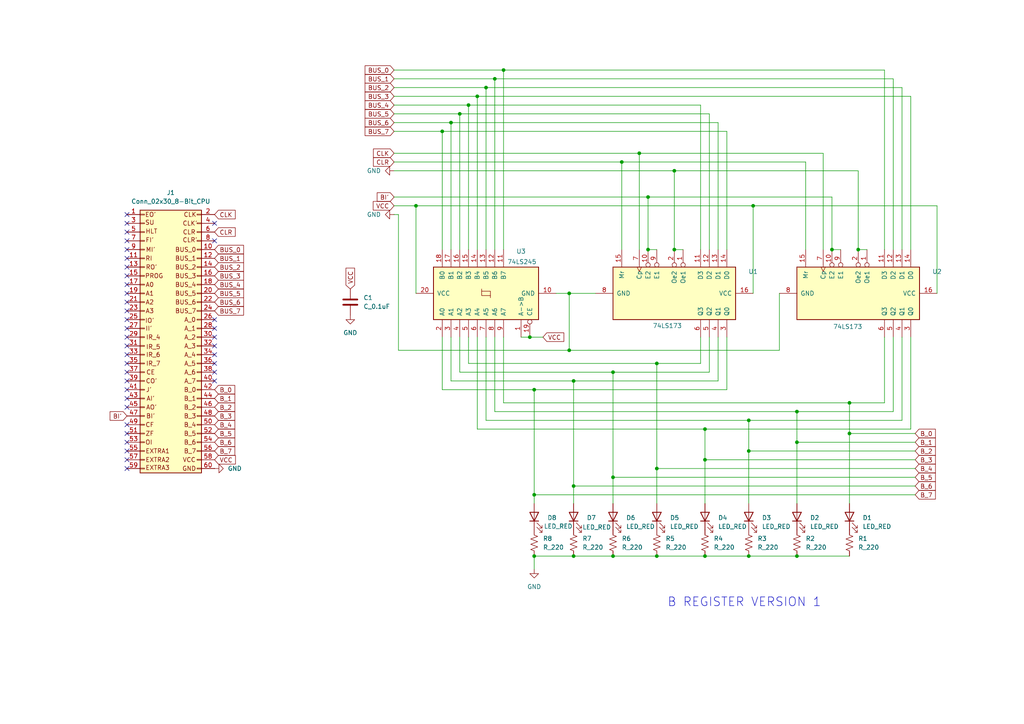
<source format=kicad_sch>
(kicad_sch (version 20231120) (generator "eeschema") (generator_version "8.0")
  (paper "A4")
  (lib_symbols
    (symbol "74xx:74LS173" (pin_names (offset 1.016))
      (property "Reference" "U" (at -7.62 19.05 0))
      (property "Value" "74LS173" (at -7.62 -19.05 0))
      (symbol "74LS173_1_0"
        (pin input inverted (at -12.7 2.54 0) (length 5.08) (name "Oe1") (number "1"))
        (pin input inverted (at -12.7 -7.62 0) (length 5.08) (name "E2") (number "10"))
        (pin input line (at -12.7 7.62 0) (length 5.08) (name "D3") (number "11"))
        (pin input line (at -12.7 10.16 0) (length 5.08) (name "D2") (number "12"))
        (pin input line (at -12.7 12.7 0) (length 5.08) (name "D1") (number "13"))
        (pin input line (at -12.7 15.24 0) (length 5.08) (name "D0") (number "14"))
        (pin input line (at -12.7 -15.24 0) (length 5.08) (name "Mr") (number "15"))
        (pin power_in line (at 0 22.86 270) (length 5.08) (name "VCC") (number "16"))
        (pin input inverted (at -12.7 0 0) (length 5.08) (name "Oe2") (number "2"))
        (pin tri_state line (at 12.7 15.24 180) (length 5.08) (name "Q0") (number "3"))
        (pin tri_state line (at 12.7 12.7 180) (length 5.08) (name "Q1") (number "4"))
        (pin tri_state line (at 12.7 10.16 180) (length 5.08) (name "Q2") (number "5"))
        (pin tri_state line (at 12.7 7.62 180) (length 5.08) (name "Q3") (number "6"))
        (pin input clock (at -12.7 -10.16 0) (length 5.08) (name "Cp") (number "7"))
        (pin power_in line (at 0 -22.86 90) (length 5.08) (name "GND") (number "8"))
        (pin input inverted (at -12.7 -5.08 0) (length 5.08) (name "E1") (number "9"))
      )
      (symbol "74LS173_1_1"
        (rectangle (start -7.62 17.78) (end 7.62 -17.78) (stroke (width 0.254)) (fill (type background)))
      )
    )
    (symbol "74xx:74LS245" (pin_names (offset 1.016))
      (property "Reference" "U" (at -7.62 16.51 0))
      (property "Value" "74LS245" (at -7.62 -16.51 0))
      (symbol "74LS245_1_0"
        (polyline (pts (xy -0.635 -1.27) (xy -0.635 1.27) (xy 0.635 1.27)))
        (polyline (pts (xy -1.27 -1.27) (xy 0.635 -1.27) (xy 0.635 1.27) (xy 1.27 1.27)))
        (pin input line (at -12.7 -10.16 0) (length 5.08) (name "A->B") (number "1"))
        (pin power_in line (at 0 -20.32 90) (length 5.08) (name "GND") (number "10"))
        (pin tri_state line (at 12.7 -5.08 180) (length 5.08) (name "B7") (number "11"))
        (pin tri_state line (at 12.7 -2.54 180) (length 5.08) (name "B6") (number "12"))
        (pin tri_state line (at 12.7 0 180) (length 5.08) (name "B5") (number "13"))
        (pin tri_state line (at 12.7 2.54 180) (length 5.08) (name "B4") (number "14"))
        (pin tri_state line (at 12.7 5.08 180) (length 5.08) (name "B3") (number "15"))
        (pin tri_state line (at 12.7 7.62 180) (length 5.08) (name "B2") (number "16"))
        (pin tri_state line (at 12.7 10.16 180) (length 5.08) (name "B1") (number "17"))
        (pin tri_state line (at 12.7 12.7 180) (length 5.08) (name "B0") (number "18"))
        (pin input inverted (at -12.7 -12.7 0) (length 5.08) (name "CE") (number "19"))
        (pin tri_state line (at -12.7 12.7 0) (length 5.08) (name "A0") (number "2"))
        (pin power_in line (at 0 20.32 270) (length 5.08) (name "VCC") (number "20"))
        (pin tri_state line (at -12.7 10.16 0) (length 5.08) (name "A1") (number "3"))
        (pin tri_state line (at -12.7 7.62 0) (length 5.08) (name "A2") (number "4"))
        (pin tri_state line (at -12.7 5.08 0) (length 5.08) (name "A3") (number "5"))
        (pin tri_state line (at -12.7 2.54 0) (length 5.08) (name "A4") (number "6"))
        (pin tri_state line (at -12.7 0 0) (length 5.08) (name "A5") (number "7"))
        (pin tri_state line (at -12.7 -2.54 0) (length 5.08) (name "A6") (number "8"))
        (pin tri_state line (at -12.7 -5.08 0) (length 5.08) (name "A7") (number "9"))
      )
      (symbol "74LS245_1_1"
        (rectangle (start -7.62 15.24) (end 7.62 -15.24) (stroke (width 0.254)) (fill (type background)))
      )
    )
    (symbol "8_Bit_CPU_Bus_Header:8_Bit_CPU_Bus_Pin_header" (pin_names (offset 1.016) hide)
      (property "Reference" "J" (at 7.62 38.1 0))
      (property "Value" "Conn_02x30_8-Bit_CPU " (at 2.794 -41.148 0))
      (symbol "8_Bit_CPU_Bus_Pin_header_1_1"
        (rectangle (start -7.62 -37.973) (end -6.35 -38.227) (stroke (width 0.1524)))
        (rectangle (start -7.62 -35.433) (end -6.35 -35.687) (stroke (width 0.1524)))
        (rectangle (start -7.62 -32.893) (end -6.35 -33.147) (stroke (width 0.1524)))
        (rectangle (start -7.62 -30.353) (end -6.35 -30.607) (stroke (width 0.1524)))
        (rectangle (start -7.62 -27.813) (end -6.35 -28.067) (stroke (width 0.1524)))
        (rectangle (start -7.62 -25.273) (end -6.35 -25.527) (stroke (width 0.1524)))
        (rectangle (start -7.62 -22.733) (end -6.35 -22.987) (stroke (width 0.1524)))
        (rectangle (start -7.62 -20.193) (end -6.35 -20.447) (stroke (width 0.1524)))
        (rectangle (start -7.62 -17.653) (end -6.35 -17.907) (stroke (width 0.1524)))
        (rectangle (start -7.62 -15.113) (end -6.35 -15.367) (stroke (width 0.1524)))
        (rectangle (start -7.62 -12.573) (end -6.35 -12.827) (stroke (width 0.1524)))
        (rectangle (start -7.62 -10.033) (end -6.35 -10.287) (stroke (width 0.1524)))
        (rectangle (start -7.62 -7.493) (end -6.35 -7.747) (stroke (width 0.1524)))
        (rectangle (start -7.62 -4.953) (end -6.35 -5.207) (stroke (width 0.1524)))
        (rectangle (start -7.62 -2.413) (end -6.35 -2.667) (stroke (width 0.1524)))
        (rectangle (start -7.62 0.127) (end -6.35 -0.127) (stroke (width 0.1524)))
        (rectangle (start -7.62 2.667) (end -6.35 2.413) (stroke (width 0.1524)))
        (rectangle (start -7.62 5.207) (end -6.35 4.953) (stroke (width 0.1524)))
        (rectangle (start -7.62 7.747) (end -6.35 7.493) (stroke (width 0.1524)))
        (rectangle (start -7.62 10.287) (end -6.35 10.033) (stroke (width 0.1524)))
        (rectangle (start -7.62 12.827) (end -6.35 12.573) (stroke (width 0.1524)))
        (rectangle (start -7.62 15.367) (end -6.35 15.113) (stroke (width 0.1524)))
        (rectangle (start -7.62 17.907) (end -6.35 17.653) (stroke (width 0.1524)))
        (rectangle (start -7.62 20.447) (end -6.35 20.193) (stroke (width 0.1524)))
        (rectangle (start -7.62 22.987) (end -6.35 22.733) (stroke (width 0.1524)))
        (rectangle (start -7.62 25.527) (end -6.35 25.273) (stroke (width 0.1524)))
        (rectangle (start -7.62 28.067) (end -6.35 27.813) (stroke (width 0.1524)))
        (rectangle (start -7.62 30.607) (end -6.35 30.353) (stroke (width 0.1524)))
        (rectangle (start -7.62 33.147) (end -6.35 32.893) (stroke (width 0.1524)))
        (rectangle (start -7.62 35.687) (end -6.35 35.433) (stroke (width 0.1524)))
        (rectangle (start -7.62 36.83) (end 10.16 -39.37) (stroke (width 0.254)) (fill (type background)))
        (rectangle (start 10.16 -37.973) (end 8.89 -38.227) (stroke (width 0.1524)))
        (rectangle (start 10.16 -35.433) (end 8.89 -35.687) (stroke (width 0.1524)))
        (rectangle (start 10.16 -32.893) (end 8.89 -33.147) (stroke (width 0.1524)))
        (rectangle (start 10.16 -30.353) (end 8.89 -30.607) (stroke (width 0.1524)))
        (rectangle (start 10.16 -27.813) (end 8.89 -28.067) (stroke (width 0.1524)))
        (rectangle (start 10.16 -25.273) (end 8.89 -25.527) (stroke (width 0.1524)))
        (rectangle (start 10.16 -22.733) (end 8.89 -22.987) (stroke (width 0.1524)))
        (rectangle (start 10.16 -20.193) (end 8.89 -20.447) (stroke (width 0.1524)))
        (rectangle (start 10.16 -17.653) (end 8.89 -17.907) (stroke (width 0.1524)))
        (rectangle (start 10.16 -15.113) (end 8.89 -15.367) (stroke (width 0.1524)))
        (rectangle (start 10.16 -12.573) (end 8.89 -12.827) (stroke (width 0.1524)))
        (rectangle (start 10.16 -10.033) (end 8.89 -10.287) (stroke (width 0.1524)))
        (rectangle (start 10.16 -7.493) (end 8.89 -7.747) (stroke (width 0.1524)))
        (rectangle (start 10.16 -4.953) (end 8.89 -5.207) (stroke (width 0.1524)))
        (rectangle (start 10.16 -2.413) (end 8.89 -2.667) (stroke (width 0.1524)))
        (rectangle (start 10.16 0.127) (end 8.89 -0.127) (stroke (width 0.1524)))
        (rectangle (start 10.16 2.667) (end 8.89 2.413) (stroke (width 0.1524)))
        (rectangle (start 10.16 5.207) (end 8.89 4.953) (stroke (width 0.1524)))
        (rectangle (start 10.16 7.747) (end 8.89 7.493) (stroke (width 0.1524)))
        (rectangle (start 10.16 10.287) (end 8.89 10.033) (stroke (width 0.1524)))
        (rectangle (start 10.16 12.827) (end 8.89 12.573) (stroke (width 0.1524)))
        (rectangle (start 10.16 15.367) (end 8.89 15.113) (stroke (width 0.1524)))
        (rectangle (start 10.16 17.907) (end 8.89 17.653) (stroke (width 0.1524)))
        (rectangle (start 10.16 20.447) (end 8.89 20.193) (stroke (width 0.1524)))
        (rectangle (start 10.16 22.987) (end 8.89 22.733) (stroke (width 0.1524)))
        (rectangle (start 10.16 25.527) (end 8.89 25.273) (stroke (width 0.1524)))
        (rectangle (start 10.16 28.067) (end 8.89 27.813) (stroke (width 0.1524)))
        (rectangle (start 10.16 30.607) (end 8.89 30.353) (stroke (width 0.1524)))
        (rectangle (start 10.16 33.147) (end 8.89 32.893) (stroke (width 0.1524)))
        (rectangle (start 10.16 35.687) (end 8.89 35.433) (stroke (width 0.1524)))
        (text "A0" (at -4.826 15.24 0) (effects (font (size 1.27 1.27))))
        (text "A1" (at -4.826 12.7 0) (effects (font (size 1.27 1.27))))
        (text "A2" (at -4.826 10.16 0) (effects (font (size 1.27 1.27))))
        (text "A3" (at -4.826 7.62 0) (effects (font (size 1.27 1.27))))
        (text "A_0" (at 6.858 5.08 0) (effects (font (size 1.27 1.27))))
        (text "A_1" (at 6.858 2.54 0) (effects (font (size 1.27 1.27))))
        (text "A_2" (at 6.858 0 0) (effects (font (size 1.27 1.27))))
        (text "A_3" (at 6.858 -2.54 0) (effects (font (size 1.27 1.27))))
        (text "A_4" (at 6.858 -5.08 0) (effects (font (size 1.27 1.27))))
        (text "A_5" (at 6.858 -7.62 0) (effects (font (size 1.27 1.27))))
        (text "A_6" (at 6.858 -10.16 0) (effects (font (size 1.27 1.27))))
        (text "A_7" (at 6.858 -12.7 0) (effects (font (size 1.27 1.27))))
        (text "AI'" (at -4.572 -17.78 0) (effects (font (size 1.27 1.27))))
        (text "AO'" (at -4.318 -20.32 0) (effects (font (size 1.27 1.27))))
        (text "B_0" (at 6.858 -15.24 0) (effects (font (size 1.27 1.27))))
        (text "B_1" (at 6.858 -17.78 0) (effects (font (size 1.27 1.27))))
        (text "B_2" (at 6.858 -20.32 0) (effects (font (size 1.27 1.27))))
        (text "B_3" (at 6.858 -22.86 0) (effects (font (size 1.27 1.27))))
        (text "B_4" (at 6.858 -25.4 0) (effects (font (size 1.27 1.27))))
        (text "B_5" (at 6.858 -27.94 0) (effects (font (size 1.27 1.27))))
        (text "B_6" (at 6.858 -30.48 0) (effects (font (size 1.27 1.27))))
        (text "B_7" (at 6.858 -33.02 0) (effects (font (size 1.27 1.27))))
        (text "BI'" (at -4.572 -22.86 0) (effects (font (size 1.27 1.27))))
        (text "BUS_0" (at 5.588 25.4 0) (effects (font (size 1.27 1.27))))
        (text "BUS_1" (at 5.588 22.86 0) (effects (font (size 1.27 1.27))))
        (text "BUS_2" (at 5.588 20.32 0) (effects (font (size 1.27 1.27))))
        (text "BUS_3" (at 5.588 17.78 0) (effects (font (size 1.27 1.27))))
        (text "BUS_4" (at 5.588 15.24 0) (effects (font (size 1.27 1.27))))
        (text "BUS_5" (at 5.588 12.7 0) (effects (font (size 1.27 1.27))))
        (text "BUS_6" (at 5.588 10.16 0) (effects (font (size 1.27 1.27))))
        (text "BUS_7" (at 5.588 7.62 0) (effects (font (size 1.27 1.27))))
        (text "CE" (at -4.572 -10.16 0) (effects (font (size 1.27 1.27))))
        (text "CF" (at -4.826 -25.4 0) (effects (font (size 1.27 1.27))))
        (text "CLK" (at 6.858 35.56 0) (effects (font (size 1.27 1.27))))
        (text "CLK'" (at 6.858 33.02 0) (effects (font (size 1.27 1.27))))
        (text "CLR" (at 6.604 30.48 0) (effects (font (size 1.27 1.27))))
        (text "CLR'" (at 6.858 28.194 0) (effects (font (size 1.27 1.27))))
        (text "CO'" (at -4.318 -12.7 0) (effects (font (size 1.27 1.27))))
        (text "EO'" (at -4.572 35.56 0) (effects (font (size 1.27 1.27))))
        (text "EXTRA1" (at -2.54 -33.02 0) (effects (font (size 1.27 1.27))))
        (text "EXTRA2" (at -2.54 -35.56 0) (effects (font (size 1.27 1.27))))
        (text "EXTRA3" (at -2.54 -37.846 0) (effects (font (size 1.27 1.27))))
        (text "FI'" (at -4.826 28.194 0) (effects (font (size 1.27 1.27))))
        (text "GND" (at 6.604 -38.1 0) (effects (font (size 1.27 1.27))))
        (text "HLT" (at -4.318 30.734 0) (effects (font (size 1.27 1.27))))
        (text "II'" (at -5.08 2.54 0) (effects (font (size 1.27 1.27))))
        (text "IO'" (at -4.826 4.826 0) (effects (font (size 1.27 1.27))))
        (text "IR_4" (at -3.81 0 0) (effects (font (size 1.27 1.27))))
        (text "IR_5" (at -3.81 -2.794 0) (effects (font (size 1.27 1.27))))
        (text "IR_6" (at -3.81 -5.08 0) (effects (font (size 1.27 1.27))))
        (text "IR_7" (at -3.81 -7.62 0) (effects (font (size 1.27 1.27))))
        (text "J'" (at -5.08 -15.24 0) (effects (font (size 1.27 1.27))))
        (text "MI'" (at -4.572 25.4 0) (effects (font (size 1.27 1.27))))
        (text "OI" (at -5.08 -30.48 0) (effects (font (size 1.27 1.27))))
        (text "PROG" (at -3.556 17.78 0) (effects (font (size 1.27 1.27))))
        (text "RI" (at -5.08 22.86 0) (effects (font (size 1.27 1.27))))
        (text "RO'" (at -4.318 20.32 0) (effects (font (size 1.27 1.27))))
        (text "SU" (at -4.826 33.274 0) (effects (font (size 1.27 1.27))))
        (text "VCC" (at 6.604 -35.56 0) (effects (font (size 1.27 1.27))))
        (text "ZF" (at -4.826 -27.94 0) (effects (font (size 1.27 1.27))))
        (pin passive line (at -11.43 35.56 0) (length 3.81) (name "Pin_1") (number "1"))
        (pin passive line (at 13.97 25.4 180) (length 3.81) (name "Pin_10") (number "10"))
        (pin passive line (at -11.43 22.86 0) (length 3.81) (name "Pin_11") (number "11"))
        (pin passive line (at 13.97 22.86 180) (length 3.81) (name "Pin_12") (number "12"))
        (pin passive line (at -11.43 20.32 0) (length 3.81) (name "Pin_13") (number "13"))
        (pin passive line (at 13.97 20.32 180) (length 3.81) (name "Pin_14") (number "14"))
        (pin passive line (at -11.43 17.78 0) (length 3.81) (name "Pin_15") (number "15"))
        (pin passive line (at 13.97 17.78 180) (length 3.81) (name "Pin_16") (number "16"))
        (pin passive line (at -11.43 15.24 0) (length 3.81) (name "Pin_17") (number "17"))
        (pin passive line (at 13.97 15.24 180) (length 3.81) (name "Pin_18") (number "18"))
        (pin passive line (at -11.43 12.7 0) (length 3.81) (name "Pin_19") (number "19"))
        (pin passive line (at 13.97 35.56 180) (length 3.81) (name "Pin_2") (number "2"))
        (pin passive line (at 13.97 12.7 180) (length 3.81) (name "Pin_20") (number "20"))
        (pin passive line (at -11.43 10.16 0) (length 3.81) (name "Pin_21") (number "21"))
        (pin passive line (at 13.97 10.16 180) (length 3.81) (name "Pin_22") (number "22"))
        (pin passive line (at -11.43 7.62 0) (length 3.81) (name "Pin_23") (number "23"))
        (pin passive line (at 13.97 7.62 180) (length 3.81) (name "Pin_24") (number "24"))
        (pin passive line (at -11.43 5.08 0) (length 3.81) (name "Pin_25") (number "25"))
        (pin passive line (at 13.97 5.08 180) (length 3.81) (name "Pin_26") (number "26"))
        (pin passive line (at -11.43 2.54 0) (length 3.81) (name "Pin_27") (number "27"))
        (pin passive line (at 13.97 2.54 180) (length 3.81) (name "Pin_28") (number "28"))
        (pin passive line (at -11.43 0 0) (length 3.81) (name "Pin_29") (number "29"))
        (pin passive line (at -11.43 33.02 0) (length 3.81) (name "Pin_3") (number "3"))
        (pin passive line (at 13.97 0 180) (length 3.81) (name "Pin_30") (number "30"))
        (pin passive line (at -11.43 -2.54 0) (length 3.81) (name "Pin_31") (number "31"))
        (pin passive line (at 13.97 -2.54 180) (length 3.81) (name "Pin_32") (number "32"))
        (pin passive line (at -11.43 -5.08 0) (length 3.81) (name "Pin_33") (number "33"))
        (pin passive line (at 13.97 -5.08 180) (length 3.81) (name "Pin_34") (number "34"))
        (pin passive line (at -11.43 -7.62 0) (length 3.81) (name "Pin_35") (number "35"))
        (pin passive line (at 13.97 -7.62 180) (length 3.81) (name "Pin_36") (number "36"))
        (pin passive line (at -11.43 -10.16 0) (length 3.81) (name "Pin_37") (number "37"))
        (pin passive line (at 13.97 -10.16 180) (length 3.81) (name "Pin_38") (number "38"))
        (pin passive line (at -11.43 -12.7 0) (length 3.81) (name "Pin_39") (number "39"))
        (pin passive line (at 13.97 33.02 180) (length 3.81) (name "Pin_4") (number "4"))
        (pin passive line (at 13.97 -12.7 180) (length 3.81) (name "Pin_40") (number "40"))
        (pin passive line (at -11.43 -15.24 0) (length 3.81) (name "Pin_41") (number "41"))
        (pin passive line (at 13.97 -15.24 180) (length 3.81) (name "Pin_42") (number "42"))
        (pin passive line (at -11.43 -17.78 0) (length 3.81) (name "Pin_43") (number "43"))
        (pin passive line (at 13.97 -17.78 180) (length 3.81) (name "Pin_44") (number "44"))
        (pin passive line (at -11.43 -20.32 0) (length 3.81) (name "Pin_45") (number "45"))
        (pin passive line (at 13.97 -20.32 180) (length 3.81) (name "Pin_46") (number "46"))
        (pin passive line (at -11.43 -22.86 0) (length 3.81) (name "Pin_47") (number "47"))
        (pin passive line (at 13.97 -22.86 180) (length 3.81) (name "Pin_48") (number "48"))
        (pin passive line (at -11.43 -25.4 0) (length 3.81) (name "Pin_49") (number "49"))
        (pin passive line (at -11.43 30.48 0) (length 3.81) (name "Pin_5") (number "5"))
        (pin passive line (at 13.97 -25.4 180) (length 3.81) (name "Pin_50") (number "50"))
        (pin passive line (at -11.43 -27.94 0) (length 3.81) (name "Pin_51") (number "51"))
        (pin passive line (at 13.97 -27.94 180) (length 3.81) (name "Pin_52") (number "52"))
        (pin passive line (at -11.43 -30.48 0) (length 3.81) (name "Pin_53") (number "53"))
        (pin passive line (at 13.97 -30.48 180) (length 3.81) (name "Pin_54") (number "54"))
        (pin passive line (at -11.43 -33.02 0) (length 3.81) (name "Pin_55") (number "55"))
        (pin passive line (at 13.97 -33.02 180) (length 3.81) (name "Pin_56") (number "56"))
        (pin passive line (at -11.43 -35.56 0) (length 3.81) (name "Pin_57") (number "57"))
        (pin passive line (at 13.97 -35.56 180) (length 3.81) (name "Pin_58") (number "58"))
        (pin passive line (at -11.43 -38.1 0) (length 3.81) (name "Pin_59") (number "59"))
        (pin passive line (at 13.97 30.48 180) (length 3.81) (name "Pin_6") (number "6"))
        (pin passive line (at 13.97 -38.1 180) (length 3.81) (name "Pin_60") (number "60"))
        (pin passive line (at -11.43 27.94 0) (length 3.81) (name "Pin_7") (number "7"))
        (pin passive line (at 13.97 27.94 180) (length 3.81) (name "Pin_8") (number "8"))
        (pin passive line (at -11.43 25.4 0) (length 3.81) (name "Pin_9") (number "9"))
      )
    )
    (symbol "Device:C" (pin_numbers hide) (pin_names (offset 0.254))
      (property "Reference" "C" (at 0.635 2.54 0))
      (property "Value" "C" (at 0.635 -2.54 0))
      (symbol "C_0_1"
        (polyline (pts (xy -2.032 -0.762) (xy 2.032 -0.762)) (stroke (width 0.508)))
        (polyline (pts (xy -2.032 0.762) (xy 2.032 0.762)) (stroke (width 0.508)))
      )
      (symbol "C_1_1"
        (pin passive line (at 0 3.81 270) (length 2.794) (name "~") (number "1"))
        (pin passive line (at 0 -3.81 90) (length 2.794) (name "~") (number "2"))
      )
    )
    (symbol "Device:LED" (pin_numbers hide) (pin_names (offset 1.016) hide)
      (property "Reference" "D" (at 0 2.54 0))
      (property "Value" "LED" (at 0 -2.54 0))
      (symbol "LED_0_1"
        (polyline (pts (xy -1.27 -1.27) (xy -1.27 1.27)) (stroke (width 0.254)))
        (polyline (pts (xy -1.27 0) (xy 1.27 0)))
        (polyline (pts (xy 1.27 -1.27) (xy 1.27 1.27) (xy -1.27 0) (xy 1.27 -1.27)) (stroke (width 0.254)))
        (polyline (pts (xy -3.048 -0.762) (xy -4.572 -2.286) (xy -3.81 -2.286) (xy -4.572 -2.286) (xy -4.572 -1.524)))
        (polyline (pts (xy -1.778 -0.762) (xy -3.302 -2.286) (xy -2.54 -2.286) (xy -3.302 -2.286) (xy -3.302 -1.524)))
      )
      (symbol "LED_1_1"
        (pin passive line (at -3.81 0 0) (length 2.54) (name "K") (number "1"))
        (pin passive line (at 3.81 0 180) (length 2.54) (name "A") (number "2"))
      )
    )
    (symbol "Device:R_US" (pin_numbers hide) (pin_names (offset 0))
      (property "Reference" "R" (at 2.54 0 90))
      (property "Value" "R_US" (at -2.54 0 90))
      (symbol "R_US_0_1"
        (polyline (pts (xy 0 -2.286) (xy 0 -2.54)))
        (polyline (pts (xy 0 2.286) (xy 0 2.54)))
        (polyline (pts (xy 0 -0.762) (xy 1.016 -1.143) (xy 0 -1.524) (xy -1.016 -1.905) (xy 0 -2.286)))
        (polyline (pts (xy 0 0.762) (xy 1.016 0.381) (xy 0 0) (xy -1.016 -0.381) (xy 0 -0.762)))
        (polyline (pts (xy 0 2.286) (xy 1.016 1.905) (xy 0 1.524) (xy -1.016 1.143) (xy 0 0.762)))
      )
      (symbol "R_US_1_1"
        (pin passive line (at 0 3.81 270) (length 1.27) (name "~") (number "1"))
        (pin passive line (at 0 -3.81 90) (length 1.27) (name "~") (number "2"))
      )
    )
    (symbol "power:GND" (power) (pin_numbers hide) (pin_names (offset 0) hide)
      (property "Value" "GND" (at 0 -3.81 0))
      (symbol "GND_0_1"
        (polyline (pts (xy 0 0) (xy 0 -1.27) (xy 1.27 -1.27) (xy 0 -2.54) (xy -1.27 -1.27) (xy 0 -1.27)))
      )
      (symbol "GND_1_1"
        (pin power_in line (at 0 0 270) (length 0) (name "~") (number "1"))
      )
    )
  )
  (junction (at 231.14 119.38))
  (junction (at 177.8 107.95))
  (junction (at 130.81 35.56))
  (junction (at 140.97 25.4))
  (junction (at 195.58 49.53))
  (junction (at 231.14 161.29))
  (junction (at 135.89 30.48))
  (junction (at 187.96 57.15))
  (junction (at 204.47 133.35))
  (junction (at 138.43 27.94))
  (junction (at 217.17 161.29))
  (junction (at 218.44 59.69))
  (junction (at 154.94 113.03))
  (junction (at 231.14 128.27))
  (junction (at 187.96 72.39))
  (junction (at 204.47 124.46))
  (junction (at 166.37 161.29))
  (junction (at 133.35 33.02))
  (junction (at 177.8 138.43))
  (junction (at 217.17 130.81))
  (junction (at 190.5 105.41))
  (junction (at 165.1 85.09))
  (junction (at 248.92 72.39))
  (junction (at 190.5 161.29))
  (junction (at 246.38 116.84))
  (junction (at 154.94 143.51))
  (junction (at 180.34 46.99))
  (junction (at 185.42 44.45))
  (junction (at 195.58 72.39))
  (junction (at 120.65 59.69))
  (junction (at 166.37 110.49))
  (junction (at 190.5 135.89))
  (junction (at 146.05 20.32))
  (junction (at 143.51 22.86))
  (junction (at 204.47 161.29))
  (junction (at 246.38 125.73))
  (junction (at 165.1 101.6))
  (junction (at 217.17 121.92))
  (junction (at 177.8 161.29))
  (junction (at 128.27 38.1))
  (junction (at 154.94 161.29))
  (junction (at 241.3 72.39))
  (junction (at 153.67 97.79))
  (junction (at 166.37 140.97))
  (no_connect (at 36.83 97.79))
  (no_connect (at 36.83 72.39))
  (no_connect (at 36.83 74.93))
  (no_connect (at 36.83 85.09))
  (no_connect (at 36.83 67.31))
  (no_connect (at 36.83 77.47))
  (no_connect (at 62.23 92.71))
  (no_connect (at 36.83 125.73))
  (no_connect (at 36.83 118.11))
  (no_connect (at 62.23 102.87))
  (no_connect (at 36.83 110.49))
  (no_connect (at 62.23 64.77))
  (no_connect (at 62.23 95.25))
  (no_connect (at 36.83 113.03))
  (no_connect (at 36.83 95.25))
  (no_connect (at 36.83 135.89))
  (no_connect (at 36.83 107.95))
  (no_connect (at 62.23 69.85))
  (no_connect (at 36.83 133.35))
  (no_connect (at 36.83 115.57))
  (no_connect (at 36.83 102.87))
  (no_connect (at 36.83 123.19))
  (no_connect (at 36.83 130.81))
  (no_connect (at 36.83 80.01))
  (no_connect (at 36.83 62.23))
  (no_connect (at 62.23 100.33))
  (no_connect (at 36.83 87.63))
  (no_connect (at 36.83 64.77))
  (no_connect (at 62.23 107.95))
  (no_connect (at 62.23 110.49))
  (no_connect (at 36.83 105.41))
  (no_connect (at 36.83 100.33))
  (no_connect (at 62.23 97.79))
  (no_connect (at 36.83 69.85))
  (no_connect (at 36.83 90.17))
  (no_connect (at 62.23 105.41))
  (no_connect (at 36.83 128.27))
  (no_connect (at 36.83 82.55))
  (no_connect (at 36.83 92.71))
  (wire (pts (xy 166.37 140.97) (xy 265.43 140.97)))
  (wire (pts (xy 166.37 161.29) (xy 177.8 161.29)))
  (wire (pts (xy 128.27 113.03) (xy 128.27 97.79)))
  (wire (pts (xy 246.38 125.73) (xy 265.43 125.73)))
  (wire (pts (xy 166.37 110.49) (xy 208.28 110.49)))
  (wire (pts (xy 114.3 46.99) (xy 180.34 46.99)))
  (wire (pts (xy 259.08 22.86) (xy 259.08 72.39)))
  (wire (pts (xy 256.54 20.32) (xy 256.54 72.39)))
  (wire (pts (xy 177.8 107.95) (xy 177.8 138.43)))
  (wire (pts (xy 187.96 72.39) (xy 187.96 57.15)))
  (wire (pts (xy 143.51 22.86) (xy 259.08 22.86)))
  (wire (pts (xy 208.28 35.56) (xy 208.28 72.39)))
  (wire (pts (xy 204.47 133.35) (xy 204.47 146.05)))
  (wire (pts (xy 130.81 110.49) (xy 130.81 97.79)))
  (wire (pts (xy 241.3 72.39) (xy 243.84 72.39)))
  (wire (pts (xy 203.2 97.79) (xy 203.2 105.41)))
  (wire (pts (xy 210.82 38.1) (xy 210.82 72.39)))
  (wire (pts (xy 195.58 49.53) (xy 248.92 49.53)))
  (wire (pts (xy 154.94 161.29) (xy 166.37 161.29)))
  (wire (pts (xy 115.57 101.6) (xy 165.1 101.6)))
  (wire (pts (xy 146.05 20.32) (xy 256.54 20.32)))
  (wire (pts (xy 187.96 57.15) (xy 241.3 57.15)))
  (wire (pts (xy 140.97 25.4) (xy 261.62 25.4)))
  (wire (pts (xy 151.13 97.79) (xy 153.67 97.79)))
  (wire (pts (xy 261.62 121.92) (xy 217.17 121.92)))
  (wire (pts (xy 114.3 44.45) (xy 185.42 44.45)))
  (wire (pts (xy 233.68 72.39) (xy 233.68 46.99)))
  (wire (pts (xy 133.35 107.95) (xy 177.8 107.95)))
  (wire (pts (xy 138.43 27.94) (xy 264.16 27.94)))
  (wire (pts (xy 154.94 161.29) (xy 154.94 165.1)))
  (wire (pts (xy 114.3 30.48) (xy 135.89 30.48)))
  (wire (pts (xy 165.1 101.6) (xy 226.06 101.6)))
  (wire (pts (xy 120.65 59.69) (xy 218.44 59.69)))
  (wire (pts (xy 146.05 116.84) (xy 246.38 116.84)))
  (wire (pts (xy 180.34 46.99) (xy 180.34 72.39)))
  (wire (pts (xy 187.96 72.39) (xy 190.5 72.39)))
  (wire (pts (xy 114.3 57.15) (xy 187.96 57.15)))
  (wire (pts (xy 154.94 143.51) (xy 265.43 143.51)))
  (wire (pts (xy 217.17 121.92) (xy 217.17 130.81)))
  (wire (pts (xy 154.94 143.51) (xy 154.94 146.05)))
  (wire (pts (xy 190.5 135.89) (xy 190.5 146.05)))
  (wire (pts (xy 264.16 27.94) (xy 264.16 72.39)))
  (wire (pts (xy 241.3 57.15) (xy 241.3 72.39)))
  (wire (pts (xy 177.8 138.43) (xy 177.8 146.05)))
  (wire (pts (xy 128.27 113.03) (xy 154.94 113.03)))
  (wire (pts (xy 218.44 59.69) (xy 271.78 59.69)))
  (wire (pts (xy 231.14 128.27) (xy 231.14 146.05)))
  (wire (pts (xy 138.43 124.46) (xy 138.43 97.79)))
  (wire (pts (xy 165.1 85.09) (xy 172.72 85.09)))
  (wire (pts (xy 128.27 38.1) (xy 128.27 72.39)))
  (wire (pts (xy 114.3 33.02) (xy 133.35 33.02)))
  (wire (pts (xy 190.5 135.89) (xy 265.43 135.89)))
  (wire (pts (xy 210.82 97.79) (xy 210.82 113.03)))
  (wire (pts (xy 190.5 105.41) (xy 190.5 135.89)))
  (wire (pts (xy 205.74 97.79) (xy 205.74 107.95)))
  (wire (pts (xy 233.68 46.99) (xy 180.34 46.99)))
  (wire (pts (xy 238.76 72.39) (xy 238.76 44.45)))
  (wire (pts (xy 114.3 27.94) (xy 138.43 27.94)))
  (wire (pts (xy 190.5 161.29) (xy 204.47 161.29)))
  (wire (pts (xy 195.58 72.39) (xy 198.12 72.39)))
  (wire (pts (xy 140.97 121.92) (xy 217.17 121.92)))
  (wire (pts (xy 130.81 35.56) (xy 208.28 35.56)))
  (wire (pts (xy 264.16 97.79) (xy 264.16 124.46)))
  (wire (pts (xy 135.89 30.48) (xy 203.2 30.48)))
  (wire (pts (xy 261.62 97.79) (xy 261.62 121.92)))
  (wire (pts (xy 203.2 30.48) (xy 203.2 72.39)))
  (wire (pts (xy 166.37 110.49) (xy 166.37 140.97)))
  (wire (pts (xy 231.14 161.29) (xy 217.17 161.29)))
  (wire (pts (xy 231.14 119.38) (xy 231.14 128.27)))
  (wire (pts (xy 154.94 113.03) (xy 210.82 113.03)))
  (wire (pts (xy 161.29 85.09) (xy 165.1 85.09)))
  (wire (pts (xy 256.54 116.84) (xy 246.38 116.84)))
  (wire (pts (xy 264.16 124.46) (xy 204.47 124.46)))
  (wire (pts (xy 114.3 38.1) (xy 128.27 38.1)))
  (wire (pts (xy 143.51 22.86) (xy 143.51 72.39)))
  (wire (pts (xy 138.43 72.39) (xy 138.43 27.94)))
  (wire (pts (xy 146.05 20.32) (xy 146.05 72.39)))
  (wire (pts (xy 226.06 85.09) (xy 226.06 101.6)))
  (wire (pts (xy 246.38 116.84) (xy 246.38 125.73)))
  (wire (pts (xy 246.38 161.29) (xy 231.14 161.29)))
  (wire (pts (xy 114.3 20.32) (xy 146.05 20.32)))
  (wire (pts (xy 115.57 101.6) (xy 115.57 62.23)))
  (wire (pts (xy 114.3 25.4) (xy 140.97 25.4)))
  (wire (pts (xy 185.42 44.45) (xy 185.42 72.39)))
  (wire (pts (xy 146.05 116.84) (xy 146.05 97.79)))
  (wire (pts (xy 133.35 33.02) (xy 133.35 72.39)))
  (wire (pts (xy 130.81 35.56) (xy 130.81 72.39)))
  (wire (pts (xy 231.14 128.27) (xy 265.43 128.27)))
  (wire (pts (xy 114.3 49.53) (xy 195.58 49.53)))
  (wire (pts (xy 195.58 72.39) (xy 195.58 49.53)))
  (wire (pts (xy 248.92 72.39) (xy 248.92 49.53)))
  (wire (pts (xy 154.94 113.03) (xy 154.94 143.51)))
  (wire (pts (xy 231.14 119.38) (xy 259.08 119.38)))
  (wire (pts (xy 246.38 125.73) (xy 246.38 146.05)))
  (wire (pts (xy 165.1 85.09) (xy 165.1 101.6)))
  (wire (pts (xy 120.65 59.69) (xy 120.65 85.09)))
  (wire (pts (xy 217.17 130.81) (xy 217.17 146.05)))
  (wire (pts (xy 114.3 59.69) (xy 120.65 59.69)))
  (wire (pts (xy 217.17 130.81) (xy 265.43 130.81)))
  (wire (pts (xy 140.97 121.92) (xy 140.97 97.79)))
  (wire (pts (xy 205.74 33.02) (xy 205.74 72.39)))
  (wire (pts (xy 261.62 25.4) (xy 261.62 72.39)))
  (wire (pts (xy 259.08 97.79) (xy 259.08 119.38)))
  (wire (pts (xy 177.8 161.29) (xy 190.5 161.29)))
  (wire (pts (xy 135.89 105.41) (xy 190.5 105.41)))
  (wire (pts (xy 204.47 133.35) (xy 265.43 133.35)))
  (wire (pts (xy 208.28 97.79) (xy 208.28 110.49)))
  (wire (pts (xy 238.76 44.45) (xy 185.42 44.45)))
  (wire (pts (xy 166.37 140.97) (xy 166.37 146.05)))
  (wire (pts (xy 153.67 97.79) (xy 157.48 97.79)))
  (wire (pts (xy 204.47 124.46) (xy 204.47 133.35)))
  (wire (pts (xy 135.89 30.48) (xy 135.89 72.39)))
  (wire (pts (xy 133.35 33.02) (xy 205.74 33.02)))
  (wire (pts (xy 115.57 62.23) (xy 114.3 62.23)))
  (wire (pts (xy 130.81 110.49) (xy 166.37 110.49)))
  (wire (pts (xy 128.27 38.1) (xy 210.82 38.1)))
  (wire (pts (xy 143.51 119.38) (xy 231.14 119.38)))
  (wire (pts (xy 177.8 138.43) (xy 265.43 138.43)))
  (wire (pts (xy 256.54 97.79) (xy 256.54 116.84)))
  (wire (pts (xy 271.78 59.69) (xy 271.78 85.09)))
  (wire (pts (xy 190.5 105.41) (xy 203.2 105.41)))
  (wire (pts (xy 140.97 25.4) (xy 140.97 72.39)))
  (wire (pts (xy 217.17 161.29) (xy 204.47 161.29)))
  (wire (pts (xy 143.51 97.79) (xy 143.51 119.38)))
  (wire (pts (xy 114.3 22.86) (xy 143.51 22.86)))
  (wire (pts (xy 177.8 107.95) (xy 205.74 107.95)))
  (wire (pts (xy 114.3 35.56) (xy 130.81 35.56)))
  (wire (pts (xy 135.89 97.79) (xy 135.89 105.41)))
  (wire (pts (xy 204.47 124.46) (xy 138.43 124.46)))
  (wire (pts (xy 133.35 107.95) (xy 133.35 97.79)))
  (wire (pts (xy 248.92 72.39) (xy 251.46 72.39)))
  (wire (pts (xy 218.44 59.69) (xy 218.44 85.09)))
  (text "B REGISTER VERSION 1" (at 215.9 174.752 0) (effects (font (size 2.54 2.54))))
  (global_label "B_0" (shape input) (at 265.43 125.73 0) (property "Intersheetrefs" "${INTERSHEET_REFS}" (effects (hide yes))))
  (global_label "B_7" (shape input) (at 265.43 143.51 0) (property "Intersheetrefs" "${INTERSHEET_REFS}" (effects (hide yes))))
  (global_label "BUS_3" (shape input) (at 114.3 27.94 180) (property "Intersheetrefs" "${INTERSHEET_REFS}" (effects (hide yes))))
  (global_label "BUS_6" (shape input) (at 62.23 87.63 0) (property "Intersheetrefs" "${INTERSHEET_REFS}" (effects (hide yes))))
  (global_label "BUS_6" (shape input) (at 114.3 35.56 180) (property "Intersheetrefs" "${INTERSHEET_REFS}" (effects (hide yes))))
  (global_label "B_3" (shape input) (at 62.23 120.65 0) (property "Intersheetrefs" "${INTERSHEET_REFS}" (effects (hide yes))))
  (global_label "BUS_1" (shape input) (at 114.3 22.86 180) (property "Intersheetrefs" "${INTERSHEET_REFS}" (effects (hide yes))))
  (global_label "BUS_7" (shape input) (at 62.23 90.17 0) (property "Intersheetrefs" "${INTERSHEET_REFS}" (effects (hide yes))))
  (global_label "BUS_7" (shape input) (at 114.3 38.1 180) (property "Intersheetrefs" "${INTERSHEET_REFS}" (effects (hide yes))))
  (global_label "CLR" (shape input) (at 114.3 46.99 180) (property "Intersheetrefs" "${INTERSHEET_REFS}" (effects (hide yes))))
  (global_label "B_0" (shape input) (at 62.23 113.03 0) (property "Intersheetrefs" "${INTERSHEET_REFS}" (effects (hide yes))))
  (global_label "BUS_2" (shape input) (at 62.23 77.47 0) (property "Intersheetrefs" "${INTERSHEET_REFS}" (effects (hide yes))))
  (global_label "BI'" (shape input) (at 114.3 57.15 180) (property "Intersheetrefs" "${INTERSHEET_REFS}" (effects (hide yes))))
  (global_label "BI'" (shape input) (at 36.83 120.65 180) (property "Intersheetrefs" "${INTERSHEET_REFS}" (effects (hide yes))))
  (global_label "VCC" (shape input) (at 157.48 97.79 0) (property "Intersheetrefs" "${INTERSHEET_REFS}" (effects (hide yes))))
  (global_label "B_1" (shape input) (at 62.23 115.57 0) (property "Intersheetrefs" "${INTERSHEET_REFS}" (effects (hide yes))))
  (global_label "CLK" (shape input) (at 114.3 44.45 180) (property "Intersheetrefs" "${INTERSHEET_REFS}" (effects (hide yes))))
  (global_label "B_7" (shape input) (at 62.23 130.81 0) (property "Intersheetrefs" "${INTERSHEET_REFS}" (effects (hide yes))))
  (global_label "VCC" (shape input) (at 114.3 59.69 180) (property "Intersheetrefs" "${INTERSHEET_REFS}" (effects (hide yes))))
  (global_label "B_5" (shape input) (at 62.23 125.73 0) (property "Intersheetrefs" "${INTERSHEET_REFS}" (effects (hide yes))))
  (global_label "BUS_3" (shape input) (at 62.23 80.01 0) (property "Intersheetrefs" "${INTERSHEET_REFS}" (effects (hide yes))))
  (global_label "CLR" (shape input) (at 62.23 67.31 0) (property "Intersheetrefs" "${INTERSHEET_REFS}" (effects (hide yes))))
  (global_label "B_2" (shape input) (at 265.43 130.81 0) (property "Intersheetrefs" "${INTERSHEET_REFS}" (effects (hide yes))))
  (global_label "BUS_5" (shape input) (at 114.3 33.02 180) (property "Intersheetrefs" "${INTERSHEET_REFS}" (effects (hide yes))))
  (global_label "VCC" (shape input) (at 101.6 83.82 90) (property "Intersheetrefs" "${INTERSHEET_REFS}" (effects (hide yes))))
  (global_label "B_2" (shape input) (at 62.23 118.11 0) (property "Intersheetrefs" "${INTERSHEET_REFS}" (effects (hide yes))))
  (global_label "B_3" (shape input) (at 265.43 133.35 0) (property "Intersheetrefs" "${INTERSHEET_REFS}" (effects (hide yes))))
  (global_label "VCC" (shape input) (at 62.23 133.35 0) (property "Intersheetrefs" "${INTERSHEET_REFS}" (effects (hide yes))))
  (global_label "B_5" (shape input) (at 265.43 138.43 0) (property "Intersheetrefs" "${INTERSHEET_REFS}" (effects (hide yes))))
  (global_label "BUS_4" (shape input) (at 62.23 82.55 0) (property "Intersheetrefs" "${INTERSHEET_REFS}" (effects (hide yes))))
  (global_label "B_6" (shape input) (at 62.23 128.27 0) (property "Intersheetrefs" "${INTERSHEET_REFS}" (effects (hide yes))))
  (global_label "BUS_0" (shape input) (at 114.3 20.32 180) (property "Intersheetrefs" "${INTERSHEET_REFS}" (effects (hide yes))))
  (global_label "B_4" (shape input) (at 265.43 135.89 0) (property "Intersheetrefs" "${INTERSHEET_REFS}" (effects (hide yes))))
  (global_label "BUS_1" (shape input) (at 62.23 74.93 0) (property "Intersheetrefs" "${INTERSHEET_REFS}" (effects (hide yes))))
  (global_label "BUS_0" (shape input) (at 62.23 72.39 0) (property "Intersheetrefs" "${INTERSHEET_REFS}" (effects (hide yes))))
  (global_label "BUS_4" (shape input) (at 114.3 30.48 180) (property "Intersheetrefs" "${INTERSHEET_REFS}" (effects (hide yes))))
  (global_label "B_4" (shape input) (at 62.23 123.19 0) (property "Intersheetrefs" "${INTERSHEET_REFS}" (effects (hide yes))))
  (global_label "B_1" (shape input) (at 265.43 128.27 0) (property "Intersheetrefs" "${INTERSHEET_REFS}" (effects (hide yes))))
  (global_label "CLK" (shape input) (at 62.23 62.23 0) (property "Intersheetrefs" "${INTERSHEET_REFS}" (effects (hide yes))))
  (global_label "B_6" (shape input) (at 265.43 140.97 0) (property "Intersheetrefs" "${INTERSHEET_REFS}" (effects (hide yes))))
  (global_label "BUS_2" (shape input) (at 114.3 25.4 180) (property "Intersheetrefs" "${INTERSHEET_REFS}" (effects (hide yes))))
  (global_label "BUS_5" (shape input) (at 62.23 85.09 0) (property "Intersheetrefs" "${INTERSHEET_REFS}" (effects (hide yes))))
  (symbol (lib_id "Device:LED") (at 166.37 149.86 90) (unit 1)
    (property "Reference" "D7" (at 170.18 150.1774 90) (effects (justify right)))
    (property "Value" "LED_RED" (at 168.91 152.908 90) (effects (justify right)))
    (property "Footprint" "LED_THT:LED_D5.0mm" (effects (hide yes)))
    (property "Description" "Light emitting diode" (effects (hide yes)))
  )
  (symbol (lib_id "power:GND") (at 101.6 91.44 0) (unit 1)
    (property "Reference" "#PWR02" (effects (hide yes)))
    (property "Value" "GND" (at 101.6 96.52 0))
    (property "Description" "Power symbol creates a global label with name \"GND\" , ground" (effects (hide yes)))
  )
  (symbol (lib_id "power:GND") (at 62.23 135.89 90) (unit 1)
    (property "Reference" "#PWR03" (effects (hide yes)))
    (property "Value" "GND" (at 66.04 135.8899 90) (effects (justify right)))
    (property "Description" "Power symbol creates a global label with name \"GND\" , ground" (effects (hide yes)))
  )
  (symbol (lib_id "Device:R_US") (at 204.47 157.48 0) (unit 1)
    (property "Reference" "R4" (at 207.01 156.2099 0) (effects (justify left)))
    (property "Value" "R_220" (at 207.01 158.7499 0) (effects (justify left)))
    (property "Footprint" "Resistor_THT:R_Axial_DIN0207_L6.3mm_D2.5mm_P10.16mm_Horizontal" (effects (hide yes)))
    (property "Description" "Resistor, US symbol" (effects (hide yes)))
  )
  (symbol (lib_id "power:GND") (at 154.94 165.1 0) (unit 1)
    (property "Reference" "#PWR01" (effects (hide yes)))
    (property "Value" "GND" (at 154.94 170.18 0))
    (property "Description" "Power symbol creates a global label with name \"GND\" , ground" (effects (hide yes)))
  )
  (symbol (lib_id "power:GND") (at 114.3 49.53 270) (unit 1)
    (property "Reference" "#PWR04" (effects (hide yes)))
    (property "Value" "GND" (at 110.49 49.5299 90) (effects (justify right)))
    (property "Description" "Power symbol creates a global label with name \"GND\" , ground" (effects (hide yes)))
  )
  (symbol (lib_id "Device:LED") (at 177.8 149.86 90) (unit 1)
    (property "Reference" "D6" (at 181.61 150.1774 90) (effects (justify right)))
    (property "Value" "LED_RED" (at 181.61 152.7174 90) (effects (justify right)))
    (property "Footprint" "LED_THT:LED_D5.0mm" (effects (hide yes)))
    (property "Description" "Light emitting diode" (effects (hide yes)))
  )
  (symbol (lib_id "Device:R_US") (at 231.14 157.48 0) (unit 1)
    (property "Reference" "R2" (at 233.68 156.2099 0) (effects (justify left)))
    (property "Value" "R_220" (at 233.68 158.7499 0) (effects (justify left)))
    (property "Footprint" "Resistor_THT:R_Axial_DIN0207_L6.3mm_D2.5mm_P10.16mm_Horizontal" (effects (hide yes)))
    (property "Description" "Resistor, US symbol" (effects (hide yes)))
  )
  (symbol (lib_id "Device:LED") (at 154.94 149.86 90) (unit 1)
    (property "Reference" "D8" (at 158.75 150.1774 90) (effects (justify right)))
    (property "Value" "LED_RED" (at 157.734 152.654 90) (effects (justify right)))
    (property "Footprint" "LED_THT:LED_D5.0mm" (effects (hide yes)))
    (property "Description" "Light emitting diode" (effects (hide yes)))
  )
  (symbol (lib_id "Device:C") (at 101.6 87.63 0) (unit 1)
    (property "Reference" "C1" (at 105.41 86.3599 0) (effects (justify left)))
    (property "Value" "C_0.1uF" (at 105.41 88.8999 0) (effects (justify left)))
    (property "Footprint" "Capacitor_THT:C_Disc_D4.3mm_W1.9mm_P5.00mm" (effects (hide yes)))
    (property "Description" "Unpolarized capacitor" (effects (hide yes)))
  )
  (symbol (lib_id "Device:LED") (at 204.47 149.86 90) (unit 1)
    (property "Reference" "D4" (at 208.28 150.1774 90) (effects (justify right)))
    (property "Value" "LED_RED" (at 208.28 152.7174 90) (effects (justify right)))
    (property "Footprint" "LED_THT:LED_D5.0mm" (effects (hide yes)))
    (property "Description" "Light emitting diode" (effects (hide yes)))
  )
  (symbol (lib_id "8_Bit_CPU_Bus_Header:8_Bit_CPU_Bus_Pin_header") (at 48.26 97.79 0) (unit 1)
    (property "Reference" "J1" (at 49.53 55.88 0))
    (property "Value" "Conn_02x30_8-Bit_CPU" (at 49.53 58.42 0))
    (property "Footprint" "8_Bit_CPU_Bus_Header:8_Bit_CPU_Bus_PinSocket_Bottom_Side" (effects (hide yes)))
    (property "Description" "8-Bit CPU Main Bus Pin-Header" (effects (hide yes)))
  )
  (symbol (lib_id "74xx:74LS173") (at 195.58 85.09 270) (unit 1)
    (property "Reference" "U1" (at 218.44 78.7714 90))
    (property "Value" "74LS173" (at 193.548 94.488 90))
    (property "Footprint" "Package_DIP:DIP-16_W7.62mm" (effects (hide yes)))
    (property "Datasheet" "http://www.ti.com/lit/gpn/sn74LS173" (effects (hide yes)))
    (property "Description" "4-bit D-type Register, 3 state out" (effects (hide yes)))
  )
  (symbol (lib_id "Device:LED") (at 190.5 149.86 90) (unit 1)
    (property "Reference" "D5" (at 194.31 150.1774 90) (effects (justify right)))
    (property "Value" "LED_RED" (at 194.31 152.7174 90) (effects (justify right)))
    (property "Footprint" "LED_THT:LED_D5.0mm" (effects (hide yes)))
    (property "Description" "Light emitting diode" (effects (hide yes)))
  )
  (symbol (lib_id "Device:LED") (at 246.38 149.86 90) (unit 1)
    (property "Reference" "D1" (at 250.19 150.1774 90) (effects (justify right)))
    (property "Value" "LED_RED" (at 250.19 152.7174 90) (effects (justify right)))
    (property "Footprint" "LED_THT:LED_D5.0mm" (effects (hide yes)))
    (property "Description" "Light emitting diode" (effects (hide yes)))
  )
  (symbol (lib_id "Device:LED") (at 231.14 149.86 90) (unit 1)
    (property "Reference" "D2" (at 234.95 150.1774 90) (effects (justify right)))
    (property "Value" "LED_RED" (at 234.95 152.7174 90) (effects (justify right)))
    (property "Footprint" "LED_THT:LED_D5.0mm" (effects (hide yes)))
    (property "Description" "Light emitting diode" (effects (hide yes)))
  )
  (symbol (lib_id "power:GND") (at 114.3 62.23 270) (unit 1)
    (property "Reference" "#PWR05" (effects (hide yes)))
    (property "Value" "GND" (at 110.49 62.2299 90) (effects (justify right)))
    (property "Description" "Power symbol creates a global label with name \"GND\" , ground" (effects (hide yes)))
  )
  (symbol (lib_id "Device:R_US") (at 166.37 157.48 0) (unit 1)
    (property "Reference" "R7" (at 168.91 156.2099 0) (effects (justify left)))
    (property "Value" "R_220" (at 168.91 158.7499 0) (effects (justify left)))
    (property "Footprint" "Resistor_THT:R_Axial_DIN0207_L6.3mm_D2.5mm_P10.16mm_Horizontal" (effects (hide yes)))
    (property "Description" "Resistor, US symbol" (effects (hide yes)))
  )
  (symbol (lib_id "74xx:74LS173") (at 248.92 85.09 270) (unit 1)
    (property "Reference" "U2" (at 271.78 78.7714 90))
    (property "Value" "74LS173" (at 245.872 94.742 90))
    (property "Footprint" "Package_DIP:DIP-16_W7.62mm" (effects (hide yes)))
    (property "Datasheet" "http://www.ti.com/lit/gpn/sn74LS173" (effects (hide yes)))
    (property "Description" "4-bit D-type Register, 3 state out" (effects (hide yes)))
  )
  (symbol (lib_id "Device:LED") (at 217.17 149.86 90) (unit 1)
    (property "Reference" "D3" (at 220.98 150.1774 90) (effects (justify right)))
    (property "Value" "LED_RED" (at 220.98 152.7174 90) (effects (justify right)))
    (property "Footprint" "LED_THT:LED_D5.0mm" (effects (hide yes)))
    (property "Description" "Light emitting diode" (effects (hide yes)))
  )
  (symbol (lib_id "Device:R_US") (at 154.94 157.48 0) (unit 1)
    (property "Reference" "R8" (at 157.48 156.2099 0) (effects (justify left)))
    (property "Value" "R_220" (at 157.48 158.7499 0) (effects (justify left)))
    (property "Footprint" "Resistor_THT:R_Axial_DIN0207_L6.3mm_D2.5mm_P10.16mm_Horizontal" (effects (hide yes)))
    (property "Description" "Resistor, US symbol" (effects (hide yes)))
  )
  (symbol (lib_id "Device:R_US") (at 190.5 157.48 0) (unit 1)
    (property "Reference" "R5" (at 193.04 156.2099 0) (effects (justify left)))
    (property "Value" "R_220" (at 193.04 158.7499 0) (effects (justify left)))
    (property "Footprint" "Resistor_THT:R_Axial_DIN0207_L6.3mm_D2.5mm_P10.16mm_Horizontal" (effects (hide yes)))
    (property "Description" "Resistor, US symbol" (effects (hide yes)))
  )
  (symbol (lib_id "Device:R_US") (at 246.38 157.48 0) (unit 1)
    (property "Reference" "R1" (at 248.92 156.2099 0) (effects (justify left)))
    (property "Value" "R_220" (at 248.92 158.7499 0) (effects (justify left)))
    (property "Footprint" "Resistor_THT:R_Axial_DIN0207_L6.3mm_D2.5mm_P10.16mm_Horizontal" (effects (hide yes)))
    (property "Description" "Resistor, US symbol" (effects (hide yes)))
  )
  (symbol (lib_id "Device:R_US") (at 177.8 157.48 0) (unit 1)
    (property "Reference" "R6" (at 180.34 156.2099 0) (effects (justify left)))
    (property "Value" "R_220" (at 180.34 158.7499 0) (effects (justify left)))
    (property "Footprint" "Resistor_THT:R_Axial_DIN0207_L6.3mm_D2.5mm_P10.16mm_Horizontal" (effects (hide yes)))
    (property "Description" "Resistor, US symbol" (effects (hide yes)))
  )
  (symbol (lib_id "74xx:74LS245") (at 140.97 85.09 90) (unit 1)
    (property "Reference" "U3" (at 151.13 72.898 90))
    (property "Value" "74LS245" (at 151.384 75.946 90))
    (property "Footprint" "Package_DIP:DIP-20_W7.62mm" (effects (hide yes)))
    (property "Datasheet" "http://www.ti.com/lit/gpn/sn74LS245" (effects (hide yes)))
    (property "Description" "Octal BUS Transceivers, 3-State outputs" (effects (hide yes)))
  )
  (symbol (lib_id "Device:R_US") (at 217.17 157.48 0) (unit 1)
    (property "Reference" "R3" (at 219.71 156.2099 0) (effects (justify left)))
    (property "Value" "R_220" (at 219.71 158.7499 0) (effects (justify left)))
    (property "Footprint" "Resistor_THT:R_Axial_DIN0207_L6.3mm_D2.5mm_P10.16mm_Horizontal" (effects (hide yes)))
    (property "Description" "Resistor, US symbol" (effects (hide yes)))
  )
)
</source>
